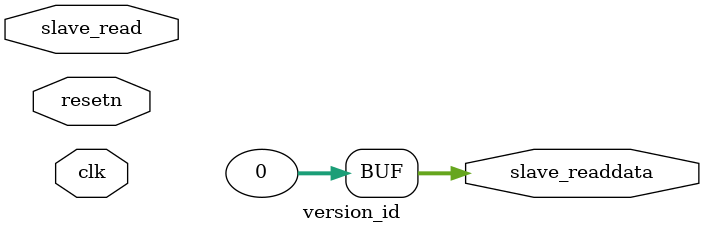
<source format=v>
module version_id 
#( 
  parameter WIDTH=32,
  parameter VERSION_ID=0
)
(
   input clk,
   input resetn,

   // Slave port
   input slave_read,
   output [WIDTH-1:0] slave_readdata
);

assign slave_readdata = VERSION_ID;

endmodule


</source>
